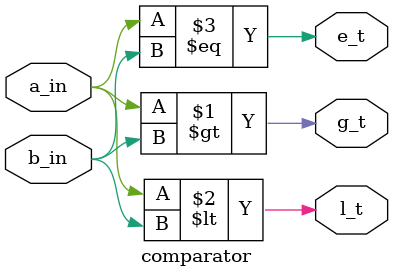
<source format=v>
`timescale 1ns / 1ps


module comparator( input a_in,
                   input b_in,
                   output g_t,
                   output l_t,
                   output e_t);
                   
 assign g_t = a_in > b_in;
 assign l_t = a_in < b_in;
 assign e_t = a_in == b_in;
 
endmodule

</source>
